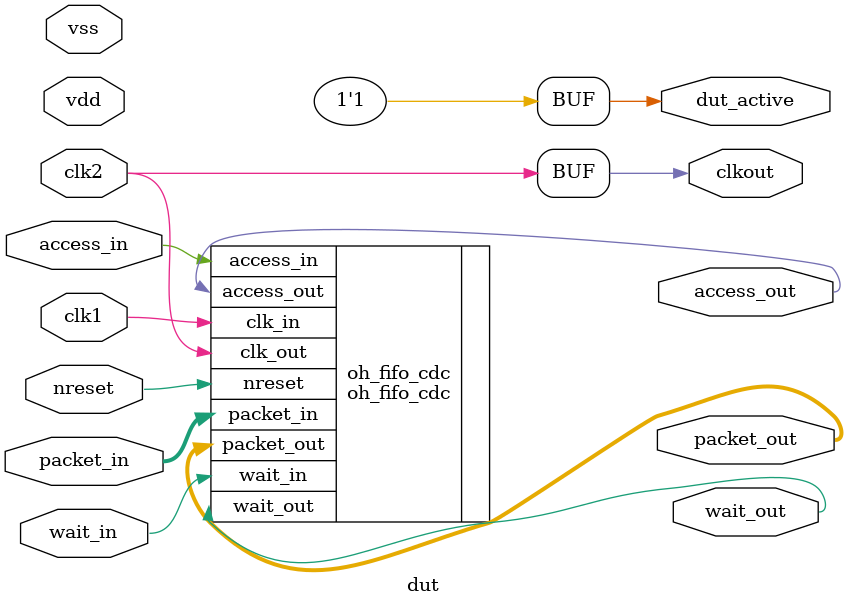
<source format=v>
module dut(/*AUTOARG*/
   // Outputs
   dut_active, clkout, wait_out, access_out, packet_out,
   // Inputs
   clk1, clk2, nreset, vdd, vss, access_in, packet_in, wait_in
   );

   parameter N  = 1;
   parameter PW = 104;
      
   //clock, reset
   input             clk1;
   input 	     clk2;   
   input             nreset;
   input [N*N-1:0]   vdd;
   input 	     vss;
   output 	     dut_active;
   output 	     clkout;
   
   //Stimulus Driven Transaction
   input [N-1:0]     access_in;
   input [N*PW-1:0]  packet_in;
   output [N-1:0]    wait_out;

   //DUT driven transactoin
   output [N-1:0]    access_out;
   output [N*PW-1:0] packet_out;
   input [N-1:0]     wait_in;

   /*AUTOINPUT*/
   /*AUTOOUTPUT*/
   /*AUTOWIRE*/
    

   //tie offs for Dv
   assign dut_active   = 1'b1;
   assign clkout       = clk2;
   
   oh_fifo_cdc #(.DW(PW),
		 .DEPTH(16))
   oh_fifo_cdc(.clk_in			(clk1), 
	       .clk_out			(clk2),
	       /*AUTOINST*/
	       // Outputs
	       .wait_out		(wait_out),
	       .access_out		(access_out),
	       .packet_out		(packet_out[PW-1:0]),
	       // Inputs
	       .nreset			(nreset),
	       .access_in		(access_in),
	       .packet_in		(packet_in[PW-1:0]),
	       .wait_in			(wait_in));
   
endmodule // dv_elink
// Local Variables:
// verilog-library-directories:("." "../hdl" "../../emesh/dv" "../../emesh/hdl")
// End:


</source>
